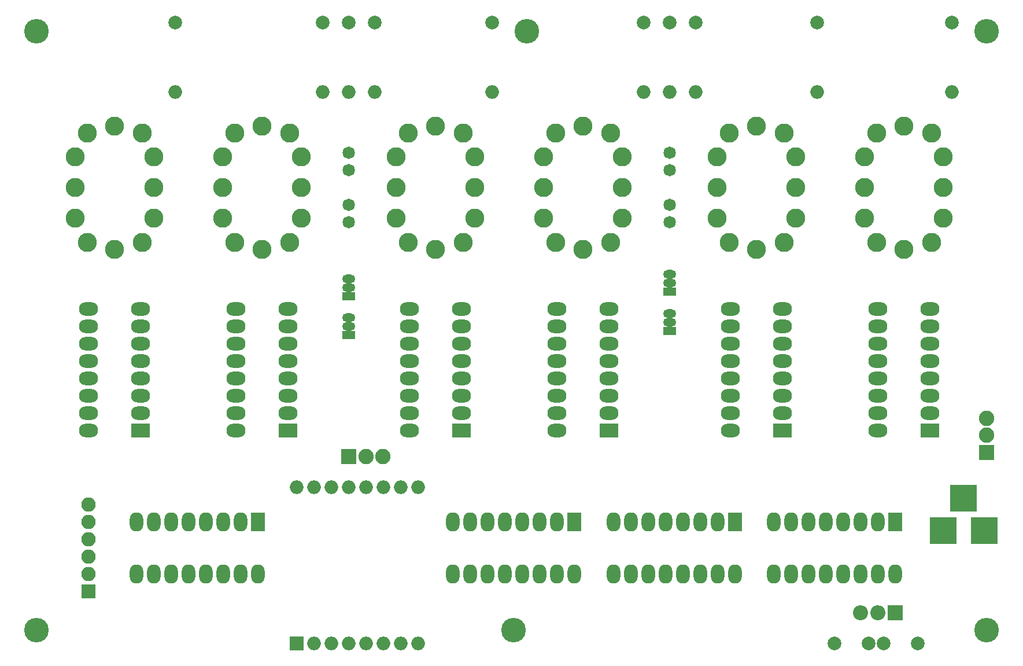
<source format=gts>
G04 #@! TF.GenerationSoftware,KiCad,Pcbnew,5.1.5-52549c5~84~ubuntu18.04.1*
G04 #@! TF.CreationDate,2020-03-13T16:04:22+01:00*
G04 #@! TF.ProjectId,NixieClock,4e697869-6543-46c6-9f63-6b2e6b696361,0.1*
G04 #@! TF.SameCoordinates,Original*
G04 #@! TF.FileFunction,Soldermask,Top*
G04 #@! TF.FilePolarity,Negative*
%FSLAX46Y46*%
G04 Gerber Fmt 4.6, Leading zero omitted, Abs format (unit mm)*
G04 Created by KiCad (PCBNEW 5.1.5-52549c5~84~ubuntu18.04.1) date 2020-03-13 16:04:22*
%MOMM*%
%LPD*%
G04 APERTURE LIST*
%ADD10O,2.000000X2.000000*%
%ADD11C,2.000000*%
%ADD12R,1.900000X1.300000*%
%ADD13O,1.900000X1.300000*%
%ADD14O,2.800000X2.000000*%
%ADD15R,2.800000X2.000000*%
%ADD16C,2.800000*%
%ADD17R,2.000000X2.000000*%
%ADD18R,2.250000X2.250000*%
%ADD19C,2.250000*%
%ADD20R,2.100000X2.100000*%
%ADD21O,2.100000X2.100000*%
%ADD22C,1.822400*%
%ADD23R,2.000000X2.800000*%
%ADD24O,2.000000X2.800000*%
%ADD25R,3.900000X3.900000*%
%ADD26R,2.200000X2.200000*%
%ADD27O,2.200000X2.200000*%
%ADD28C,3.600000*%
G04 APERTURE END LIST*
D10*
X97790000Y-55880000D03*
D11*
X97790000Y-45720000D03*
D10*
X119380000Y-55880000D03*
D11*
X119380000Y-45720000D03*
D10*
X123190000Y-55880000D03*
D11*
X123190000Y-45720000D03*
D10*
X127000000Y-55880000D03*
D11*
X127000000Y-45720000D03*
D10*
X144145000Y-55880000D03*
D11*
X144145000Y-45720000D03*
D10*
X166370000Y-55880000D03*
D11*
X166370000Y-45720000D03*
D10*
X170180000Y-55880000D03*
D11*
X170180000Y-45720000D03*
D10*
X173990000Y-55880000D03*
D11*
X173990000Y-45720000D03*
D10*
X191770000Y-55880000D03*
D11*
X191770000Y-45720000D03*
D10*
X211455000Y-55880000D03*
D11*
X211455000Y-45720000D03*
D12*
X170180000Y-90805000D03*
D13*
X170180000Y-88265000D03*
X170180000Y-89535000D03*
D12*
X123190000Y-91440000D03*
D13*
X123190000Y-88900000D03*
X123190000Y-90170000D03*
D12*
X170180000Y-85090000D03*
D13*
X170180000Y-82550000D03*
X170180000Y-83820000D03*
D12*
X123190000Y-85725000D03*
D13*
X123190000Y-83185000D03*
X123190000Y-84455000D03*
D14*
X85090000Y-105410000D03*
X92710000Y-87630000D03*
X85090000Y-102870000D03*
X92710000Y-90170000D03*
X85090000Y-100330000D03*
X92710000Y-92710000D03*
X85090000Y-97790000D03*
X92710000Y-95250000D03*
X85090000Y-95250000D03*
X92710000Y-97790000D03*
X85090000Y-92710000D03*
X92710000Y-100330000D03*
X85090000Y-90170000D03*
X92710000Y-102870000D03*
X85090000Y-87630000D03*
D15*
X92710000Y-105410000D03*
D14*
X106680000Y-105410000D03*
X114300000Y-87630000D03*
X106680000Y-102870000D03*
X114300000Y-90170000D03*
X106680000Y-100330000D03*
X114300000Y-92710000D03*
X106680000Y-97790000D03*
X114300000Y-95250000D03*
X106680000Y-95250000D03*
X114300000Y-97790000D03*
X106680000Y-92710000D03*
X114300000Y-100330000D03*
X106680000Y-90170000D03*
X114300000Y-102870000D03*
X106680000Y-87630000D03*
D15*
X114300000Y-105410000D03*
D14*
X132080000Y-105410000D03*
X139700000Y-87630000D03*
X132080000Y-102870000D03*
X139700000Y-90170000D03*
X132080000Y-100330000D03*
X139700000Y-92710000D03*
X132080000Y-97790000D03*
X139700000Y-95250000D03*
X132080000Y-95250000D03*
X139700000Y-97790000D03*
X132080000Y-92710000D03*
X139700000Y-100330000D03*
X132080000Y-90170000D03*
X139700000Y-102870000D03*
X132080000Y-87630000D03*
D15*
X139700000Y-105410000D03*
D14*
X153670000Y-105410000D03*
X161290000Y-87630000D03*
X153670000Y-102870000D03*
X161290000Y-90170000D03*
X153670000Y-100330000D03*
X161290000Y-92710000D03*
X153670000Y-97790000D03*
X161290000Y-95250000D03*
X153670000Y-95250000D03*
X161290000Y-97790000D03*
X153670000Y-92710000D03*
X161290000Y-100330000D03*
X153670000Y-90170000D03*
X161290000Y-102870000D03*
X153670000Y-87630000D03*
D15*
X161290000Y-105410000D03*
D14*
X179070000Y-105410000D03*
X186690000Y-87630000D03*
X179070000Y-102870000D03*
X186690000Y-90170000D03*
X179070000Y-100330000D03*
X186690000Y-92710000D03*
X179070000Y-97790000D03*
X186690000Y-95250000D03*
X179070000Y-95250000D03*
X186690000Y-97790000D03*
X179070000Y-92710000D03*
X186690000Y-100330000D03*
X179070000Y-90170000D03*
X186690000Y-102870000D03*
X179070000Y-87630000D03*
D15*
X186690000Y-105410000D03*
D14*
X200660000Y-105410000D03*
X208280000Y-87630000D03*
X200660000Y-102870000D03*
X208280000Y-90170000D03*
X200660000Y-100330000D03*
X208280000Y-92710000D03*
X200660000Y-97790000D03*
X208280000Y-95250000D03*
X200660000Y-95250000D03*
X208280000Y-97790000D03*
X200660000Y-92710000D03*
X208280000Y-100330000D03*
X200660000Y-90170000D03*
X208280000Y-102870000D03*
X200660000Y-87630000D03*
D15*
X208280000Y-105410000D03*
D16*
X88900000Y-60850000D03*
X94650000Y-69850000D03*
X94650000Y-65350000D03*
X88900000Y-78850000D03*
X94650000Y-74350000D03*
X92900000Y-77850000D03*
X92900000Y-61850000D03*
X84900000Y-61850000D03*
X83150000Y-65350000D03*
X83150000Y-69850000D03*
X83150000Y-74350000D03*
X84900000Y-77850000D03*
D17*
X115570000Y-136525000D03*
D10*
X133350000Y-113665000D03*
X118110000Y-136525000D03*
X130810000Y-113665000D03*
X120650000Y-136525000D03*
X128270000Y-113665000D03*
X123190000Y-136525000D03*
X125730000Y-113665000D03*
X125730000Y-136525000D03*
X123190000Y-113665000D03*
X128270000Y-136525000D03*
X120650000Y-113665000D03*
X130810000Y-136525000D03*
X118110000Y-113665000D03*
X133350000Y-136525000D03*
X115570000Y-113665000D03*
D18*
X123190000Y-109220000D03*
D19*
X125690000Y-109220000D03*
X128190000Y-109220000D03*
D20*
X85090000Y-128905000D03*
D21*
X85090000Y-126365000D03*
X85090000Y-123825000D03*
X85090000Y-121285000D03*
X85090000Y-118745000D03*
X85090000Y-116205000D03*
D16*
X110490000Y-60850000D03*
X116240000Y-69850000D03*
X116240000Y-65350000D03*
X110490000Y-78850000D03*
X116240000Y-74350000D03*
X114490000Y-77850000D03*
X114490000Y-61850000D03*
X106490000Y-61850000D03*
X104740000Y-65350000D03*
X104740000Y-69850000D03*
X104740000Y-74350000D03*
X106490000Y-77850000D03*
X135890000Y-60850000D03*
X141640000Y-69850000D03*
X141640000Y-65350000D03*
X135890000Y-78850000D03*
X141640000Y-74350000D03*
X139890000Y-77850000D03*
X139890000Y-61850000D03*
X131890000Y-61850000D03*
X130140000Y-65350000D03*
X130140000Y-69850000D03*
X130140000Y-74350000D03*
X131890000Y-77850000D03*
X157480000Y-60850000D03*
X163230000Y-69850000D03*
X163230000Y-65350000D03*
X157480000Y-78850000D03*
X163230000Y-74350000D03*
X161480000Y-77850000D03*
X161480000Y-61850000D03*
X153480000Y-61850000D03*
X151730000Y-65350000D03*
X151730000Y-69850000D03*
X151730000Y-74350000D03*
X153480000Y-77850000D03*
X182880000Y-60850000D03*
X188630000Y-69850000D03*
X188630000Y-65350000D03*
X182880000Y-78850000D03*
X188630000Y-74350000D03*
X186880000Y-77850000D03*
X186880000Y-61850000D03*
X178880000Y-61850000D03*
X177130000Y-65350000D03*
X177130000Y-69850000D03*
X177130000Y-74350000D03*
X178880000Y-77850000D03*
X204470000Y-60850000D03*
X210220000Y-69850000D03*
X210220000Y-65350000D03*
X204470000Y-78850000D03*
X210220000Y-74350000D03*
X208470000Y-77850000D03*
X208470000Y-61850000D03*
X200470000Y-61850000D03*
X198720000Y-65350000D03*
X198720000Y-69850000D03*
X198720000Y-74350000D03*
X200470000Y-77850000D03*
D22*
X170180000Y-74930000D03*
X170180000Y-72390000D03*
X170180000Y-67310000D03*
X170180000Y-64770000D03*
X123190000Y-74930000D03*
X123190000Y-72390000D03*
X123190000Y-67310000D03*
X123190000Y-64770000D03*
D23*
X179705000Y-118745000D03*
D24*
X161925000Y-126365000D03*
X177165000Y-118745000D03*
X164465000Y-126365000D03*
X174625000Y-118745000D03*
X167005000Y-126365000D03*
X172085000Y-118745000D03*
X169545000Y-126365000D03*
X169545000Y-118745000D03*
X172085000Y-126365000D03*
X167005000Y-118745000D03*
X174625000Y-126365000D03*
X164465000Y-118745000D03*
X177165000Y-126365000D03*
X161925000Y-118745000D03*
X179705000Y-126365000D03*
D23*
X109855000Y-118745000D03*
D24*
X92075000Y-126365000D03*
X107315000Y-118745000D03*
X94615000Y-126365000D03*
X104775000Y-118745000D03*
X97155000Y-126365000D03*
X102235000Y-118745000D03*
X99695000Y-126365000D03*
X99695000Y-118745000D03*
X102235000Y-126365000D03*
X97155000Y-118745000D03*
X104775000Y-126365000D03*
X94615000Y-118745000D03*
X107315000Y-126365000D03*
X92075000Y-118745000D03*
X109855000Y-126365000D03*
D23*
X156210000Y-118745000D03*
D24*
X138430000Y-126365000D03*
X153670000Y-118745000D03*
X140970000Y-126365000D03*
X151130000Y-118745000D03*
X143510000Y-126365000D03*
X148590000Y-118745000D03*
X146050000Y-126365000D03*
X146050000Y-118745000D03*
X148590000Y-126365000D03*
X143510000Y-118745000D03*
X151130000Y-126365000D03*
X140970000Y-118745000D03*
X153670000Y-126365000D03*
X138430000Y-118745000D03*
X156210000Y-126365000D03*
D23*
X203200000Y-118745000D03*
D24*
X185420000Y-126365000D03*
X200660000Y-118745000D03*
X187960000Y-126365000D03*
X198120000Y-118745000D03*
X190500000Y-126365000D03*
X195580000Y-118745000D03*
X193040000Y-126365000D03*
X193040000Y-118745000D03*
X195580000Y-126365000D03*
X190500000Y-118745000D03*
X198120000Y-126365000D03*
X187960000Y-118745000D03*
X200660000Y-126365000D03*
X185420000Y-118745000D03*
X203200000Y-126365000D03*
D18*
X216535000Y-108585000D03*
D19*
X216535000Y-106085000D03*
X216535000Y-103585000D03*
D11*
X206438500Y-136525000D03*
X201438500Y-136525000D03*
X194246500Y-136525000D03*
X199246500Y-136525000D03*
D25*
X210185000Y-120015000D03*
X216185000Y-120015000D03*
X213185000Y-115315000D03*
D26*
X203200000Y-132080000D03*
D27*
X200660000Y-132080000D03*
X198120000Y-132080000D03*
D28*
X77470000Y-46990000D03*
X216535000Y-46990000D03*
X77470000Y-134620000D03*
X216535000Y-134620000D03*
X147320000Y-134620000D03*
X149225000Y-46990000D03*
M02*

</source>
